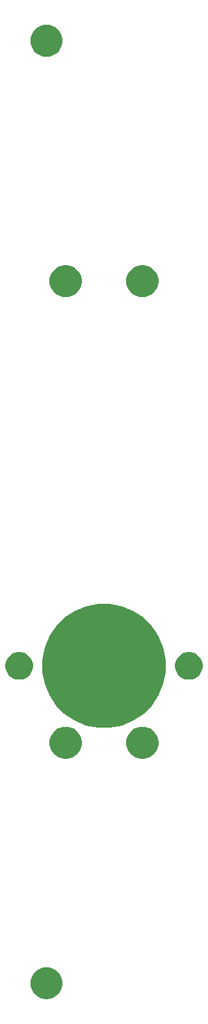
<source format=gts>
G04 #@! TF.GenerationSoftware,KiCad,Pcbnew,(5.1.0)-1*
G04 #@! TF.CreationDate,2019-05-28T14:34:34-04:00*
G04 #@! TF.ProjectId,Power Supply_Panel,506f7765-7220-4537-9570-706c795f5061,rev?*
G04 #@! TF.SameCoordinates,Original*
G04 #@! TF.FileFunction,Soldermask,Top*
G04 #@! TF.FilePolarity,Negative*
%FSLAX46Y46*%
G04 Gerber Fmt 4.6, Leading zero omitted, Abs format (unit mm)*
G04 Created by KiCad (PCBNEW (5.1.0)-1) date 2019-05-28 14:34:34*
%MOMM*%
%LPD*%
G04 APERTURE LIST*
%ADD10C,0.100000*%
G04 APERTURE END LIST*
D10*
G36*
X37906373Y-153457024D02*
G01*
X38107589Y-153497048D01*
X38486671Y-153654069D01*
X38827835Y-153882028D01*
X39117972Y-154172165D01*
X39345931Y-154513329D01*
X39502952Y-154892411D01*
X39583000Y-155294842D01*
X39583000Y-155705158D01*
X39502952Y-156107589D01*
X39345931Y-156486671D01*
X39117972Y-156827835D01*
X38827835Y-157117972D01*
X38486671Y-157345931D01*
X38107589Y-157502952D01*
X37906373Y-157542976D01*
X37705159Y-157583000D01*
X37294841Y-157583000D01*
X37093627Y-157542976D01*
X36892411Y-157502952D01*
X36513329Y-157345931D01*
X36172165Y-157117972D01*
X35882028Y-156827835D01*
X35654069Y-156486671D01*
X35497048Y-156107589D01*
X35417000Y-155705158D01*
X35417000Y-155294842D01*
X35497048Y-154892411D01*
X35654069Y-154513329D01*
X35882028Y-154172165D01*
X36172165Y-153882028D01*
X36513329Y-153654069D01*
X36892411Y-153497048D01*
X37093627Y-153457024D01*
X37294841Y-153417000D01*
X37705159Y-153417000D01*
X37906373Y-153457024D01*
X37906373Y-153457024D01*
G37*
G36*
X50406373Y-122207024D02*
G01*
X50607589Y-122247048D01*
X50986671Y-122404069D01*
X51327835Y-122632028D01*
X51617972Y-122922165D01*
X51845931Y-123263329D01*
X52002952Y-123642411D01*
X52083000Y-124044842D01*
X52083000Y-124455158D01*
X52002952Y-124857589D01*
X51845931Y-125236671D01*
X51617972Y-125577835D01*
X51327835Y-125867972D01*
X50986671Y-126095931D01*
X50607589Y-126252952D01*
X50406373Y-126292976D01*
X50205159Y-126333000D01*
X49794841Y-126333000D01*
X49593627Y-126292976D01*
X49392411Y-126252952D01*
X49013329Y-126095931D01*
X48672165Y-125867972D01*
X48382028Y-125577835D01*
X48154069Y-125236671D01*
X47997048Y-124857589D01*
X47917000Y-124455158D01*
X47917000Y-124044842D01*
X47997048Y-123642411D01*
X48154069Y-123263329D01*
X48382028Y-122922165D01*
X48672165Y-122632028D01*
X49013329Y-122404069D01*
X49392411Y-122247048D01*
X49593627Y-122207024D01*
X49794841Y-122167000D01*
X50205159Y-122167000D01*
X50406373Y-122207024D01*
X50406373Y-122207024D01*
G37*
G36*
X40406373Y-122207024D02*
G01*
X40607589Y-122247048D01*
X40986671Y-122404069D01*
X41327835Y-122632028D01*
X41617972Y-122922165D01*
X41845931Y-123263329D01*
X42002952Y-123642411D01*
X42083000Y-124044842D01*
X42083000Y-124455158D01*
X42002952Y-124857589D01*
X41845931Y-125236671D01*
X41617972Y-125577835D01*
X41327835Y-125867972D01*
X40986671Y-126095931D01*
X40607589Y-126252952D01*
X40406373Y-126292976D01*
X40205159Y-126333000D01*
X39794841Y-126333000D01*
X39593627Y-126292976D01*
X39392411Y-126252952D01*
X39013329Y-126095931D01*
X38672165Y-125867972D01*
X38382028Y-125577835D01*
X38154069Y-125236671D01*
X37997048Y-124857589D01*
X37917000Y-124455158D01*
X37917000Y-124044842D01*
X37997048Y-123642411D01*
X38154069Y-123263329D01*
X38382028Y-122922165D01*
X38672165Y-122632028D01*
X39013329Y-122404069D01*
X39392411Y-122247048D01*
X39593627Y-122207024D01*
X39794841Y-122167000D01*
X40205159Y-122167000D01*
X40406373Y-122207024D01*
X40406373Y-122207024D01*
G37*
G36*
X47348389Y-106508395D02*
G01*
X48813577Y-107115296D01*
X48813578Y-107115297D01*
X50132213Y-107996380D01*
X51253620Y-109117787D01*
X51842341Y-109998871D01*
X52134704Y-110436423D01*
X52741605Y-111901611D01*
X53051000Y-113457044D01*
X53051000Y-115042956D01*
X52741605Y-116598389D01*
X52134704Y-118063577D01*
X52134703Y-118063578D01*
X51253620Y-119382213D01*
X50132213Y-120503620D01*
X49251129Y-121092341D01*
X48813577Y-121384704D01*
X47348389Y-121991605D01*
X45792956Y-122301000D01*
X44207044Y-122301000D01*
X42651611Y-121991605D01*
X41186423Y-121384704D01*
X40748871Y-121092341D01*
X39867787Y-120503620D01*
X38746380Y-119382213D01*
X37865297Y-118063578D01*
X37865296Y-118063577D01*
X37258395Y-116598389D01*
X36949000Y-115042956D01*
X36949000Y-113457044D01*
X37258395Y-111901611D01*
X37865296Y-110436423D01*
X38157659Y-109998871D01*
X38746380Y-109117787D01*
X39867787Y-107996380D01*
X41186422Y-107115297D01*
X41186423Y-107115296D01*
X42651611Y-106508395D01*
X44207044Y-106199000D01*
X45792956Y-106199000D01*
X47348389Y-106508395D01*
X47348389Y-106508395D01*
G37*
G36*
X34475331Y-112518211D02*
G01*
X34803092Y-112653974D01*
X35098070Y-112851072D01*
X35348928Y-113101930D01*
X35546026Y-113396908D01*
X35681789Y-113724669D01*
X35751000Y-114072616D01*
X35751000Y-114427384D01*
X35681789Y-114775331D01*
X35546026Y-115103092D01*
X35348928Y-115398070D01*
X35098070Y-115648928D01*
X34803092Y-115846026D01*
X34475331Y-115981789D01*
X34127384Y-116051000D01*
X33772616Y-116051000D01*
X33424669Y-115981789D01*
X33096908Y-115846026D01*
X32801930Y-115648928D01*
X32551072Y-115398070D01*
X32353974Y-115103092D01*
X32218211Y-114775331D01*
X32149000Y-114427384D01*
X32149000Y-114072616D01*
X32218211Y-113724669D01*
X32353974Y-113396908D01*
X32551072Y-113101930D01*
X32801930Y-112851072D01*
X33096908Y-112653974D01*
X33424669Y-112518211D01*
X33772616Y-112449000D01*
X34127384Y-112449000D01*
X34475331Y-112518211D01*
X34475331Y-112518211D01*
G37*
G36*
X56575331Y-112518211D02*
G01*
X56903092Y-112653974D01*
X57198070Y-112851072D01*
X57448928Y-113101930D01*
X57646026Y-113396908D01*
X57781789Y-113724669D01*
X57851000Y-114072616D01*
X57851000Y-114427384D01*
X57781789Y-114775331D01*
X57646026Y-115103092D01*
X57448928Y-115398070D01*
X57198070Y-115648928D01*
X56903092Y-115846026D01*
X56575331Y-115981789D01*
X56227384Y-116051000D01*
X55872616Y-116051000D01*
X55524669Y-115981789D01*
X55196908Y-115846026D01*
X54901930Y-115648928D01*
X54651072Y-115398070D01*
X54453974Y-115103092D01*
X54318211Y-114775331D01*
X54249000Y-114427384D01*
X54249000Y-114072616D01*
X54318211Y-113724669D01*
X54453974Y-113396908D01*
X54651072Y-113101930D01*
X54901930Y-112851072D01*
X55196908Y-112653974D01*
X55524669Y-112518211D01*
X55872616Y-112449000D01*
X56227384Y-112449000D01*
X56575331Y-112518211D01*
X56575331Y-112518211D01*
G37*
G36*
X40607589Y-62247048D02*
G01*
X40986671Y-62404069D01*
X41327835Y-62632028D01*
X41617972Y-62922165D01*
X41845931Y-63263329D01*
X42002952Y-63642411D01*
X42083000Y-64044842D01*
X42083000Y-64455158D01*
X42002952Y-64857589D01*
X41845931Y-65236671D01*
X41617972Y-65577835D01*
X41327835Y-65867972D01*
X40986671Y-66095931D01*
X40607589Y-66252952D01*
X40406373Y-66292976D01*
X40205159Y-66333000D01*
X39794841Y-66333000D01*
X39593627Y-66292976D01*
X39392411Y-66252952D01*
X39013329Y-66095931D01*
X38672165Y-65867972D01*
X38382028Y-65577835D01*
X38154069Y-65236671D01*
X37997048Y-64857589D01*
X37917000Y-64455158D01*
X37917000Y-64044842D01*
X37997048Y-63642411D01*
X38154069Y-63263329D01*
X38382028Y-62922165D01*
X38672165Y-62632028D01*
X39013329Y-62404069D01*
X39392411Y-62247048D01*
X39794841Y-62167000D01*
X40205159Y-62167000D01*
X40607589Y-62247048D01*
X40607589Y-62247048D01*
G37*
G36*
X50607589Y-62247048D02*
G01*
X50986671Y-62404069D01*
X51327835Y-62632028D01*
X51617972Y-62922165D01*
X51845931Y-63263329D01*
X52002952Y-63642411D01*
X52083000Y-64044842D01*
X52083000Y-64455158D01*
X52002952Y-64857589D01*
X51845931Y-65236671D01*
X51617972Y-65577835D01*
X51327835Y-65867972D01*
X50986671Y-66095931D01*
X50607589Y-66252952D01*
X50406373Y-66292976D01*
X50205159Y-66333000D01*
X49794841Y-66333000D01*
X49593627Y-66292976D01*
X49392411Y-66252952D01*
X49013329Y-66095931D01*
X48672165Y-65867972D01*
X48382028Y-65577835D01*
X48154069Y-65236671D01*
X47997048Y-64857589D01*
X47917000Y-64455158D01*
X47917000Y-64044842D01*
X47997048Y-63642411D01*
X48154069Y-63263329D01*
X48382028Y-62922165D01*
X48672165Y-62632028D01*
X49013329Y-62404069D01*
X49392411Y-62247048D01*
X49794841Y-62167000D01*
X50205159Y-62167000D01*
X50607589Y-62247048D01*
X50607589Y-62247048D01*
G37*
G36*
X37906373Y-30957024D02*
G01*
X38107589Y-30997048D01*
X38486671Y-31154069D01*
X38827835Y-31382028D01*
X39117972Y-31672165D01*
X39345931Y-32013329D01*
X39502952Y-32392411D01*
X39583000Y-32794842D01*
X39583000Y-33205158D01*
X39502952Y-33607589D01*
X39345931Y-33986671D01*
X39117972Y-34327835D01*
X38827835Y-34617972D01*
X38486671Y-34845931D01*
X38107589Y-35002952D01*
X37906373Y-35042976D01*
X37705159Y-35083000D01*
X37294841Y-35083000D01*
X37093627Y-35042976D01*
X36892411Y-35002952D01*
X36513329Y-34845931D01*
X36172165Y-34617972D01*
X35882028Y-34327835D01*
X35654069Y-33986671D01*
X35497048Y-33607589D01*
X35417000Y-33205158D01*
X35417000Y-32794842D01*
X35497048Y-32392411D01*
X35654069Y-32013329D01*
X35882028Y-31672165D01*
X36172165Y-31382028D01*
X36513329Y-31154069D01*
X36892411Y-30997048D01*
X37093627Y-30957024D01*
X37294841Y-30917000D01*
X37705159Y-30917000D01*
X37906373Y-30957024D01*
X37906373Y-30957024D01*
G37*
M02*

</source>
